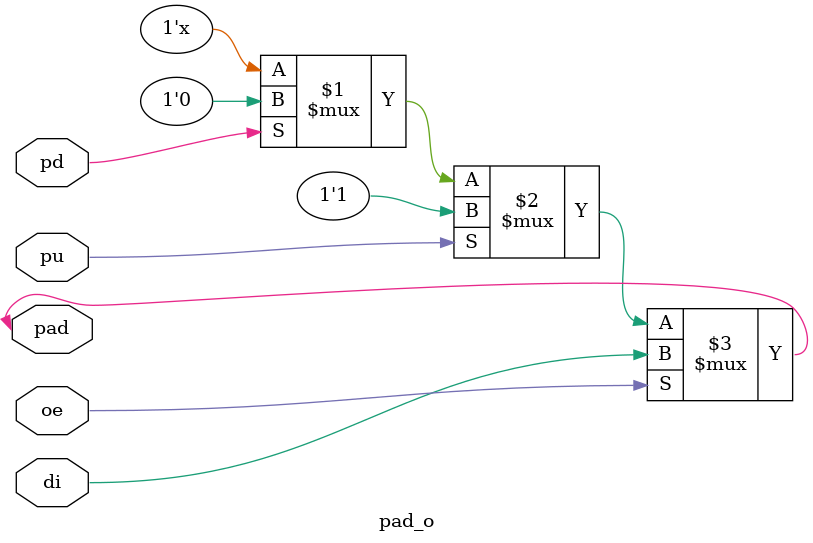
<source format=v>
module pad_o (pad, di, oe, pu, pd);
inout pad;
input di, oe, pu, pd;
`ifdef SAED32
D4I1025_NS u_o (.PADIO(pad),.EN(oe),.DIN(di));
`else 
assign pad = oe ? di : pu ? 1'b1 : pd ? 1'b0 : 1'bz;

`endif
endmodule

</source>
